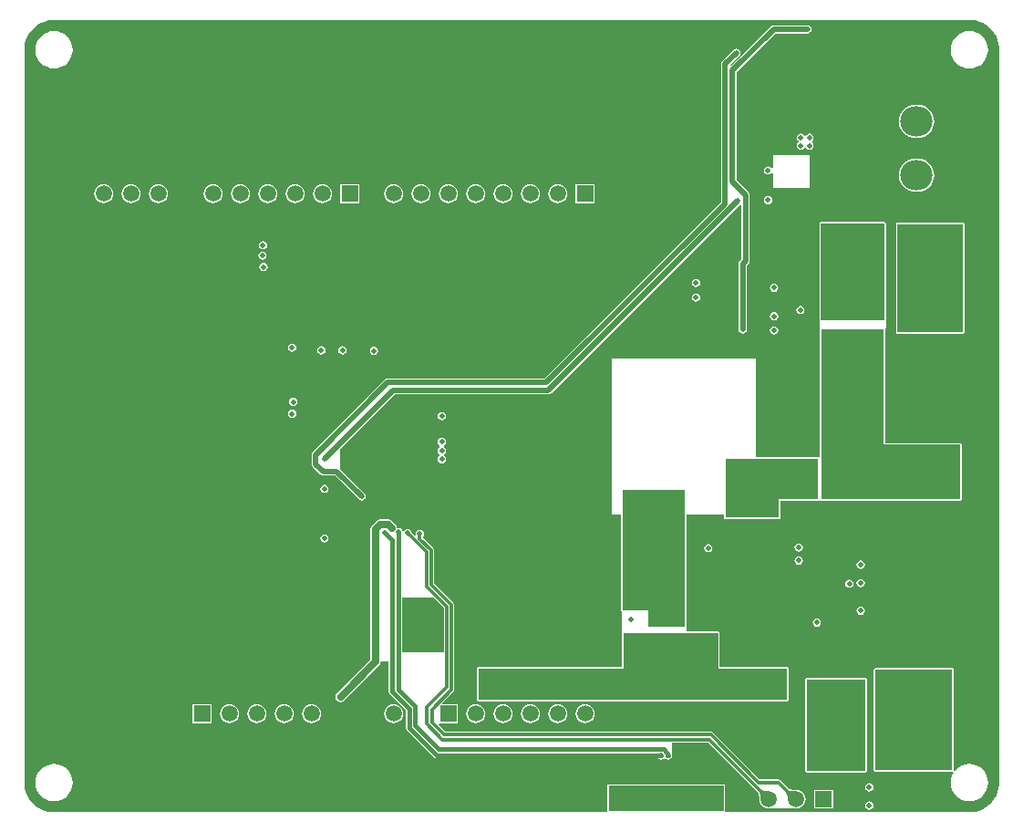
<source format=gbl>
G04*
G04 #@! TF.GenerationSoftware,Altium Limited,Altium Designer,19.0.15 (446)*
G04*
G04 Layer_Physical_Order=4*
G04 Layer_Color=16711680*
%FSLAX25Y25*%
%MOIN*%
G70*
G01*
G75*
%ADD141C,0.01968*%
%ADD143C,0.02756*%
%ADD144C,0.01500*%
%ADD146C,0.01181*%
%ADD188R,0.28150X0.36811*%
%ADD191C,0.05906*%
%ADD192R,0.05906X0.05906*%
%ADD193O,0.11811X0.11024*%
%ADD194R,0.11811X0.11024*%
%ADD195C,0.02000*%
%ADD198R,0.41929X0.09252*%
%ADD200R,0.21457X0.33661*%
%ADD201R,0.34646X0.17520*%
%ADD202R,1.12795X0.11614*%
%ADD203R,0.33661X0.14961*%
%ADD204R,0.19488X0.21654*%
%ADD205R,0.13386X0.07480*%
%ADD206R,0.22835X0.43898*%
%ADD207R,0.23228X0.35827*%
%ADD208R,0.24016X0.39567*%
%ADD209R,0.22835X0.46260*%
%ADD210R,0.50787X0.19882*%
G36*
X451338Y395135D02*
X452715Y394766D01*
X454032Y394221D01*
X455266Y393508D01*
X456396Y392640D01*
X457404Y391633D01*
X458272Y390502D01*
X458985Y389268D01*
X459530Y387951D01*
X459899Y386574D01*
X460085Y385161D01*
X460085Y384449D01*
Y116732D01*
Y116020D01*
X459899Y114607D01*
X459530Y113230D01*
X458985Y111913D01*
X458272Y110679D01*
X457404Y109548D01*
X456397Y108541D01*
X455266Y107673D01*
X454032Y106960D01*
X452715Y106415D01*
X451338Y106046D01*
X449925Y105860D01*
X449212Y105860D01*
X360153D01*
X359793Y106299D01*
Y115551D01*
X359635Y115934D01*
X359252Y116092D01*
X317323D01*
X316940Y115934D01*
X316782Y115551D01*
Y106299D01*
X316422Y105860D01*
X113854D01*
X112441Y106046D01*
X111065Y106415D01*
X109748Y106960D01*
X108514Y107673D01*
X107383Y108541D01*
X106375Y109548D01*
X105508Y110679D01*
X104795Y111913D01*
X104250Y113230D01*
X103881Y114607D01*
X103695Y116020D01*
Y116732D01*
X103695Y384449D01*
Y385161D01*
X103881Y386574D01*
X104250Y387951D01*
X104795Y389268D01*
X105508Y390502D01*
X106375Y391633D01*
X107383Y392640D01*
X108514Y393508D01*
X109748Y394221D01*
X111065Y394766D01*
X112441Y395135D01*
X113854Y395321D01*
X449925D01*
X451338Y395135D01*
D02*
G37*
%LPC*%
G36*
X389961Y393459D02*
X389880Y393443D01*
X377677D01*
X377098Y393327D01*
X376607Y392999D01*
X376607Y392999D01*
X362253Y378645D01*
X361710Y378810D01*
X361702Y378853D01*
X364989Y382141D01*
X365058Y382186D01*
X365389Y382682D01*
X365506Y383268D01*
X365389Y383853D01*
X365058Y384349D01*
X364562Y384681D01*
X363976Y384797D01*
X363391Y384681D01*
X362895Y384349D01*
X362849Y384281D01*
X358772Y380204D01*
X358444Y379713D01*
X358329Y379134D01*
X358329Y379134D01*
Y328724D01*
X293914Y264309D01*
X236614D01*
X236614Y264309D01*
X236035Y264193D01*
X235544Y263865D01*
X209166Y237487D01*
X208838Y236997D01*
X208723Y236417D01*
X208723Y236417D01*
Y233071D01*
X208723Y233071D01*
X208838Y232492D01*
X209166Y232001D01*
X211922Y229245D01*
X212413Y228917D01*
X212992Y228802D01*
X217286D01*
X225841Y220247D01*
X225887Y220178D01*
X226383Y219847D01*
X226969Y219730D01*
X227554Y219847D01*
X228050Y220178D01*
X228381Y220675D01*
X228498Y221260D01*
X228381Y221845D01*
X228050Y222341D01*
X227981Y222387D01*
X218984Y231385D01*
Y238306D01*
X239204Y258526D01*
X295275D01*
X295276Y258526D01*
X295855Y258641D01*
X296346Y258969D01*
X365388Y328012D01*
X365888Y327805D01*
Y307993D01*
X365268Y307374D01*
X364941Y306883D01*
X364825Y306304D01*
X364825Y306303D01*
Y282364D01*
X364809Y282283D01*
X364926Y281698D01*
X365257Y281202D01*
X365753Y280871D01*
X366339Y280754D01*
X366924Y280871D01*
X367420Y281202D01*
X367752Y281698D01*
X367868Y282283D01*
X367852Y282364D01*
Y305677D01*
X368472Y306296D01*
X368472Y306296D01*
X368800Y306787D01*
X368915Y307366D01*
Y331378D01*
X368915Y331378D01*
X368800Y331957D01*
X368472Y332448D01*
X368472Y332448D01*
X364112Y336808D01*
Y376223D01*
X378304Y390416D01*
X389880D01*
X389961Y390400D01*
X390546Y390516D01*
X391042Y390848D01*
X391374Y391344D01*
X391490Y391929D01*
X391374Y392514D01*
X391042Y393011D01*
X390546Y393342D01*
X389961Y393459D01*
D02*
G37*
G36*
X449213Y391281D02*
X447880Y391150D01*
X446598Y390761D01*
X445417Y390129D01*
X444382Y389280D01*
X443532Y388245D01*
X442901Y387063D01*
X442512Y385782D01*
X442381Y384449D01*
X442512Y383116D01*
X442901Y381834D01*
X443532Y380653D01*
X444382Y379618D01*
X445417Y378768D01*
X446598Y378137D01*
X447880Y377748D01*
X449213Y377617D01*
X450546Y377748D01*
X451827Y378137D01*
X453008Y378768D01*
X454044Y379618D01*
X454893Y380653D01*
X455525Y381834D01*
X455913Y383116D01*
X456045Y384449D01*
X455913Y385782D01*
X455525Y387063D01*
X454893Y388245D01*
X454044Y389280D01*
X453008Y390129D01*
X451827Y390761D01*
X450546Y391150D01*
X449213Y391281D01*
D02*
G37*
G36*
X114567D02*
X113234Y391150D01*
X111952Y390761D01*
X110771Y390129D01*
X109736Y389280D01*
X108886Y388245D01*
X108255Y387063D01*
X107866Y385782D01*
X107735Y384449D01*
X107866Y383116D01*
X108255Y381834D01*
X108886Y380653D01*
X109736Y379618D01*
X110771Y378768D01*
X111952Y378137D01*
X113234Y377748D01*
X114567Y377617D01*
X115900Y377748D01*
X117181Y378137D01*
X118363Y378768D01*
X119398Y379618D01*
X120248Y380653D01*
X120879Y381834D01*
X121268Y383116D01*
X121399Y384449D01*
X121268Y385782D01*
X120879Y387063D01*
X120248Y388245D01*
X119398Y389280D01*
X118363Y390129D01*
X117181Y390761D01*
X115900Y391150D01*
X114567Y391281D01*
D02*
G37*
G36*
X390748Y353892D02*
X390163Y353775D01*
X389667Y353444D01*
X389451Y353121D01*
X389442Y353117D01*
X388905D01*
X388895Y353121D01*
X388680Y353444D01*
X388184Y353775D01*
X387598Y353892D01*
X387013Y353775D01*
X386517Y353444D01*
X386186Y352947D01*
X386069Y352362D01*
X386186Y351777D01*
X386517Y351281D01*
X386658Y351186D01*
Y350585D01*
X386517Y350491D01*
X386186Y349995D01*
X386069Y349410D01*
X386186Y348824D01*
X386517Y348328D01*
X387013Y347996D01*
X387598Y347880D01*
X388184Y347996D01*
X388680Y348328D01*
X388895Y348651D01*
X388905Y348654D01*
X389442D01*
X389451Y348651D01*
X389667Y348328D01*
X390163Y347996D01*
X390748Y347880D01*
X391333Y347996D01*
X391829Y348328D01*
X392161Y348824D01*
X392277Y349410D01*
X392161Y349995D01*
X391829Y350491D01*
X391688Y350585D01*
Y351186D01*
X391829Y351281D01*
X392161Y351777D01*
X392277Y352362D01*
X392161Y352947D01*
X391829Y353444D01*
X391333Y353775D01*
X390748Y353892D01*
D02*
G37*
G36*
X430315Y364309D02*
X429528D01*
X428349Y364193D01*
X427216Y363849D01*
X426171Y363291D01*
X425256Y362539D01*
X424505Y361624D01*
X423947Y360579D01*
X423603Y359446D01*
X423487Y358268D01*
X423603Y357089D01*
X423947Y355956D01*
X424505Y354912D01*
X425256Y353996D01*
X426171Y353245D01*
X427216Y352687D01*
X428349Y352343D01*
X429528Y352227D01*
X430315D01*
X431494Y352343D01*
X432627Y352687D01*
X433671Y353245D01*
X434586Y353996D01*
X435338Y354912D01*
X435896Y355956D01*
X436240Y357089D01*
X436356Y358268D01*
X436240Y359446D01*
X435896Y360579D01*
X435338Y361624D01*
X434586Y362539D01*
X433671Y363291D01*
X432627Y363849D01*
X431494Y364193D01*
X430315Y364309D01*
D02*
G37*
G36*
X390748Y345905D02*
X377362D01*
Y341303D01*
X376862Y341151D01*
X376672Y341436D01*
X376176Y341767D01*
X375590Y341884D01*
X375005Y341767D01*
X374509Y341436D01*
X374178Y340940D01*
X374061Y340354D01*
X374178Y339769D01*
X374509Y339273D01*
X375005Y338941D01*
X375590Y338825D01*
X376176Y338941D01*
X376672Y339273D01*
X376862Y339558D01*
X377362Y339406D01*
Y333819D01*
X390748D01*
Y345905D01*
D02*
G37*
G36*
X430315Y344624D02*
X429528D01*
X428349Y344508D01*
X427216Y344164D01*
X426171Y343605D01*
X425256Y342854D01*
X424505Y341939D01*
X423947Y340894D01*
X423603Y339761D01*
X423487Y338583D01*
X423603Y337404D01*
X423947Y336271D01*
X424505Y335226D01*
X425256Y334311D01*
X426171Y333560D01*
X427216Y333002D01*
X428349Y332658D01*
X429528Y332542D01*
X430315D01*
X431494Y332658D01*
X432627Y333002D01*
X433671Y333560D01*
X434586Y334311D01*
X435338Y335226D01*
X435896Y336271D01*
X436240Y337404D01*
X436356Y338583D01*
X436240Y339761D01*
X435896Y340894D01*
X435338Y341939D01*
X434586Y342854D01*
X433671Y343605D01*
X432627Y344164D01*
X431494Y344508D01*
X430315Y344624D01*
D02*
G37*
G36*
X226114Y335303D02*
X219209D01*
Y328398D01*
X226114D01*
Y335303D01*
D02*
G37*
G36*
X312114Y335303D02*
X305209D01*
Y328397D01*
X312114D01*
Y335303D01*
D02*
G37*
G36*
X212662Y335333D02*
X211760Y335214D01*
X210920Y334866D01*
X210199Y334313D01*
X209646Y333592D01*
X209298Y332752D01*
X209179Y331850D01*
X209298Y330949D01*
X209646Y330109D01*
X210199Y329388D01*
X210920Y328834D01*
X211760Y328486D01*
X212662Y328368D01*
X213563Y328486D01*
X214403Y328834D01*
X215124Y329388D01*
X215677Y330109D01*
X216025Y330949D01*
X216144Y331850D01*
X216025Y332752D01*
X215677Y333592D01*
X215124Y334313D01*
X214403Y334866D01*
X213563Y335214D01*
X212662Y335333D01*
D02*
G37*
G36*
X202661D02*
X201760Y335214D01*
X200920Y334866D01*
X200199Y334313D01*
X199645Y333592D01*
X199298Y332752D01*
X199179Y331850D01*
X199298Y330949D01*
X199645Y330109D01*
X200199Y329388D01*
X200920Y328834D01*
X201760Y328486D01*
X202661Y328368D01*
X203563Y328486D01*
X204403Y328834D01*
X205124Y329388D01*
X205678Y330109D01*
X206025Y330949D01*
X206144Y331850D01*
X206025Y332752D01*
X205678Y333592D01*
X205124Y334313D01*
X204403Y334866D01*
X203563Y335214D01*
X202661Y335333D01*
D02*
G37*
G36*
X192661D02*
X191760Y335214D01*
X190920Y334866D01*
X190199Y334313D01*
X189646Y333592D01*
X189298Y332752D01*
X189179Y331850D01*
X189298Y330949D01*
X189646Y330109D01*
X190199Y329388D01*
X190920Y328834D01*
X191760Y328486D01*
X192661Y328368D01*
X193563Y328486D01*
X194403Y328834D01*
X195124Y329388D01*
X195677Y330109D01*
X196025Y330949D01*
X196144Y331850D01*
X196025Y332752D01*
X195677Y333592D01*
X195124Y334313D01*
X194403Y334866D01*
X193563Y335214D01*
X192661Y335333D01*
D02*
G37*
G36*
X182661D02*
X181760Y335214D01*
X180920Y334866D01*
X180199Y334313D01*
X179646Y333592D01*
X179298Y332752D01*
X179179Y331850D01*
X179298Y330949D01*
X179646Y330109D01*
X180199Y329388D01*
X180920Y328834D01*
X181760Y328486D01*
X182661Y328368D01*
X183563Y328486D01*
X184403Y328834D01*
X185124Y329388D01*
X185678Y330109D01*
X186025Y330949D01*
X186144Y331850D01*
X186025Y332752D01*
X185678Y333592D01*
X185124Y334313D01*
X184403Y334866D01*
X183563Y335214D01*
X182661Y335333D01*
D02*
G37*
G36*
X172661D02*
X171760Y335214D01*
X170920Y334866D01*
X170199Y334313D01*
X169646Y333592D01*
X169298Y332752D01*
X169179Y331850D01*
X169298Y330949D01*
X169646Y330109D01*
X170199Y329388D01*
X170920Y328834D01*
X171760Y328486D01*
X172661Y328368D01*
X173563Y328486D01*
X174403Y328834D01*
X175124Y329388D01*
X175678Y330109D01*
X176025Y330949D01*
X176144Y331850D01*
X176025Y332752D01*
X175678Y333592D01*
X175124Y334313D01*
X174403Y334866D01*
X173563Y335214D01*
X172661Y335333D01*
D02*
G37*
G36*
X152662D02*
X151760Y335214D01*
X150920Y334866D01*
X150199Y334313D01*
X149645Y333592D01*
X149298Y332752D01*
X149179Y331850D01*
X149298Y330949D01*
X149645Y330109D01*
X150199Y329388D01*
X150920Y328834D01*
X151760Y328486D01*
X152662Y328368D01*
X153563Y328486D01*
X154403Y328834D01*
X155124Y329388D01*
X155677Y330109D01*
X156025Y330949D01*
X156144Y331850D01*
X156025Y332752D01*
X155677Y333592D01*
X155124Y334313D01*
X154403Y334866D01*
X153563Y335214D01*
X152662Y335333D01*
D02*
G37*
G36*
X142661D02*
X141760Y335214D01*
X140920Y334866D01*
X140199Y334313D01*
X139646Y333592D01*
X139298Y332752D01*
X139179Y331850D01*
X139298Y330949D01*
X139646Y330109D01*
X140199Y329388D01*
X140920Y328834D01*
X141760Y328486D01*
X142661Y328368D01*
X143563Y328486D01*
X144403Y328834D01*
X145124Y329388D01*
X145677Y330109D01*
X146025Y330949D01*
X146144Y331850D01*
X146025Y332752D01*
X145677Y333592D01*
X145124Y334313D01*
X144403Y334866D01*
X143563Y335214D01*
X142661Y335333D01*
D02*
G37*
G36*
X132661D02*
X131760Y335214D01*
X130920Y334866D01*
X130199Y334313D01*
X129646Y333592D01*
X129298Y332752D01*
X129179Y331850D01*
X129298Y330949D01*
X129646Y330109D01*
X130199Y329388D01*
X130920Y328834D01*
X131760Y328486D01*
X132661Y328368D01*
X133563Y328486D01*
X134403Y328834D01*
X135124Y329388D01*
X135678Y330109D01*
X136025Y330949D01*
X136144Y331850D01*
X136025Y332752D01*
X135678Y333592D01*
X135124Y334313D01*
X134403Y334866D01*
X133563Y335214D01*
X132661Y335333D01*
D02*
G37*
G36*
X298661Y335333D02*
X297760Y335214D01*
X296920Y334866D01*
X296199Y334313D01*
X295645Y333591D01*
X295297Y332751D01*
X295179Y331850D01*
X295297Y330949D01*
X295645Y330109D01*
X296199Y329388D01*
X296920Y328834D01*
X297760Y328486D01*
X298661Y328368D01*
X299563Y328486D01*
X300403Y328834D01*
X301124Y329388D01*
X301677Y330109D01*
X302025Y330949D01*
X302144Y331850D01*
X302025Y332751D01*
X301677Y333591D01*
X301124Y334313D01*
X300403Y334866D01*
X299563Y335214D01*
X298661Y335333D01*
D02*
G37*
G36*
X288661D02*
X287760Y335214D01*
X286920Y334866D01*
X286199Y334313D01*
X285645Y333591D01*
X285297Y332751D01*
X285179Y331850D01*
X285297Y330949D01*
X285645Y330109D01*
X286199Y329388D01*
X286920Y328834D01*
X287760Y328486D01*
X288661Y328368D01*
X289563Y328486D01*
X290403Y328834D01*
X291124Y329388D01*
X291677Y330109D01*
X292025Y330949D01*
X292144Y331850D01*
X292025Y332751D01*
X291677Y333591D01*
X291124Y334313D01*
X290403Y334866D01*
X289563Y335214D01*
X288661Y335333D01*
D02*
G37*
G36*
X278661D02*
X277760Y335214D01*
X276920Y334866D01*
X276199Y334313D01*
X275645Y333591D01*
X275297Y332751D01*
X275179Y331850D01*
X275297Y330949D01*
X275645Y330109D01*
X276199Y329388D01*
X276920Y328834D01*
X277760Y328486D01*
X278661Y328368D01*
X279563Y328486D01*
X280403Y328834D01*
X281124Y329388D01*
X281677Y330109D01*
X282025Y330949D01*
X282144Y331850D01*
X282025Y332751D01*
X281677Y333591D01*
X281124Y334313D01*
X280403Y334866D01*
X279563Y335214D01*
X278661Y335333D01*
D02*
G37*
G36*
X268661D02*
X267760Y335214D01*
X266920Y334866D01*
X266199Y334313D01*
X265645Y333591D01*
X265297Y332751D01*
X265179Y331850D01*
X265297Y330949D01*
X265645Y330109D01*
X266199Y329388D01*
X266920Y328834D01*
X267760Y328486D01*
X268661Y328368D01*
X269563Y328486D01*
X270403Y328834D01*
X271124Y329388D01*
X271677Y330109D01*
X272025Y330949D01*
X272144Y331850D01*
X272025Y332751D01*
X271677Y333591D01*
X271124Y334313D01*
X270403Y334866D01*
X269563Y335214D01*
X268661Y335333D01*
D02*
G37*
G36*
X258661D02*
X257760Y335214D01*
X256920Y334866D01*
X256199Y334313D01*
X255645Y333591D01*
X255297Y332751D01*
X255179Y331850D01*
X255297Y330949D01*
X255645Y330109D01*
X256199Y329388D01*
X256920Y328834D01*
X257760Y328486D01*
X258661Y328368D01*
X259563Y328486D01*
X260403Y328834D01*
X261124Y329388D01*
X261677Y330109D01*
X262025Y330949D01*
X262144Y331850D01*
X262025Y332751D01*
X261677Y333591D01*
X261124Y334313D01*
X260403Y334866D01*
X259563Y335214D01*
X258661Y335333D01*
D02*
G37*
G36*
X248661D02*
X247760Y335214D01*
X246920Y334866D01*
X246199Y334313D01*
X245645Y333591D01*
X245297Y332751D01*
X245179Y331850D01*
X245297Y330949D01*
X245645Y330109D01*
X246199Y329388D01*
X246920Y328834D01*
X247760Y328486D01*
X248661Y328368D01*
X249563Y328486D01*
X250403Y328834D01*
X251124Y329388D01*
X251677Y330109D01*
X252025Y330949D01*
X252144Y331850D01*
X252025Y332751D01*
X251677Y333591D01*
X251124Y334313D01*
X250403Y334866D01*
X249563Y335214D01*
X248661Y335333D01*
D02*
G37*
G36*
X238661D02*
X237760Y335214D01*
X236920Y334866D01*
X236199Y334313D01*
X235645Y333591D01*
X235297Y332751D01*
X235179Y331850D01*
X235297Y330949D01*
X235645Y330109D01*
X236199Y329388D01*
X236920Y328834D01*
X237760Y328486D01*
X238661Y328368D01*
X239563Y328486D01*
X240403Y328834D01*
X241124Y329388D01*
X241677Y330109D01*
X242025Y330949D01*
X242144Y331850D01*
X242025Y332751D01*
X241677Y333591D01*
X241124Y334313D01*
X240403Y334866D01*
X239563Y335214D01*
X238661Y335333D01*
D02*
G37*
G36*
X375590Y331057D02*
X375005Y330941D01*
X374509Y330609D01*
X374178Y330113D01*
X374061Y329528D01*
X374178Y328942D01*
X374509Y328446D01*
X375005Y328115D01*
X375590Y327998D01*
X376176Y328115D01*
X376672Y328446D01*
X377004Y328942D01*
X377120Y329528D01*
X377004Y330113D01*
X376672Y330609D01*
X376176Y330941D01*
X375590Y331057D01*
D02*
G37*
G36*
X190945Y314522D02*
X190360Y314405D01*
X189863Y314074D01*
X189532Y313577D01*
X189416Y312992D01*
X189532Y312407D01*
X189863Y311911D01*
X190360Y311579D01*
X190945Y311463D01*
X191530Y311579D01*
X192026Y311911D01*
X192358Y312407D01*
X192474Y312992D01*
X192358Y313577D01*
X192026Y314074D01*
X191530Y314405D01*
X190945Y314522D01*
D02*
G37*
G36*
X190748Y310781D02*
X190163Y310665D01*
X189667Y310333D01*
X189335Y309837D01*
X189219Y309252D01*
X189335Y308667D01*
X189667Y308171D01*
X190163Y307839D01*
X190748Y307723D01*
X191333Y307839D01*
X191830Y308171D01*
X192161Y308667D01*
X192277Y309252D01*
X192161Y309837D01*
X191830Y310333D01*
X191333Y310665D01*
X190748Y310781D01*
D02*
G37*
G36*
X191142Y306647D02*
X190557Y306531D01*
X190060Y306200D01*
X189729Y305703D01*
X189612Y305118D01*
X189729Y304533D01*
X190060Y304037D01*
X190557Y303705D01*
X191142Y303589D01*
X191727Y303705D01*
X192223Y304037D01*
X192555Y304533D01*
X192671Y305118D01*
X192555Y305703D01*
X192223Y306200D01*
X191727Y306531D01*
X191142Y306647D01*
D02*
G37*
G36*
X349252Y300742D02*
X348667Y300626D01*
X348170Y300294D01*
X347839Y299798D01*
X347723Y299213D01*
X347839Y298627D01*
X348170Y298131D01*
X348667Y297800D01*
X349252Y297683D01*
X349837Y297800D01*
X350333Y298131D01*
X350665Y298627D01*
X350781Y299213D01*
X350665Y299798D01*
X350333Y300294D01*
X349837Y300626D01*
X349252Y300742D01*
D02*
G37*
G36*
X377756Y299010D02*
X377171Y298893D01*
X376675Y298562D01*
X376343Y298066D01*
X376226Y297480D01*
X376343Y296895D01*
X376675Y296399D01*
X377171Y296067D01*
X377756Y295951D01*
X378341Y296067D01*
X378837Y296399D01*
X379169Y296895D01*
X379285Y297480D01*
X379169Y298066D01*
X378837Y298562D01*
X378341Y298893D01*
X377756Y299010D01*
D02*
G37*
G36*
X349252Y295427D02*
X348667Y295311D01*
X348170Y294979D01*
X347839Y294483D01*
X347723Y293898D01*
X347839Y293312D01*
X348170Y292816D01*
X348667Y292485D01*
X349252Y292368D01*
X349837Y292485D01*
X350333Y292816D01*
X350665Y293312D01*
X350781Y293898D01*
X350665Y294483D01*
X350333Y294979D01*
X349837Y295311D01*
X349252Y295427D01*
D02*
G37*
G36*
X387402Y290899D02*
X386816Y290783D01*
X386320Y290452D01*
X385989Y289955D01*
X385872Y289370D01*
X385989Y288785D01*
X386320Y288289D01*
X386816Y287957D01*
X387402Y287841D01*
X387987Y287957D01*
X388483Y288289D01*
X388814Y288785D01*
X388931Y289370D01*
X388814Y289955D01*
X388483Y290452D01*
X387987Y290783D01*
X387402Y290899D01*
D02*
G37*
G36*
X377756Y288616D02*
X377171Y288500D01*
X376675Y288168D01*
X376343Y287672D01*
X376226Y287087D01*
X376343Y286501D01*
X376675Y286005D01*
X377171Y285674D01*
X377756Y285557D01*
X378341Y285674D01*
X378837Y286005D01*
X379169Y286501D01*
X379285Y287087D01*
X379169Y287672D01*
X378837Y288168D01*
X378341Y288500D01*
X377756Y288616D01*
D02*
G37*
G36*
X446850Y321407D02*
X422835D01*
X422452Y321249D01*
X422294Y320866D01*
Y281299D01*
X422452Y280917D01*
X422835Y280758D01*
X446850D01*
X447233Y280917D01*
X447392Y281299D01*
Y320866D01*
X447233Y321249D01*
X446850Y321407D01*
D02*
G37*
G36*
X377756Y283419D02*
X377171Y283303D01*
X376675Y282971D01*
X376343Y282475D01*
X376226Y281890D01*
X376343Y281305D01*
X376675Y280808D01*
X377171Y280477D01*
X377756Y280360D01*
X378341Y280477D01*
X378837Y280808D01*
X379169Y281305D01*
X379285Y281890D01*
X379169Y282475D01*
X378837Y282971D01*
X378341Y283303D01*
X377756Y283419D01*
D02*
G37*
G36*
X201575Y277120D02*
X200990Y277004D01*
X200493Y276672D01*
X200162Y276176D01*
X200045Y275590D01*
X200162Y275005D01*
X200493Y274509D01*
X200990Y274178D01*
X201575Y274061D01*
X202160Y274178D01*
X202656Y274509D01*
X202988Y275005D01*
X203104Y275590D01*
X202988Y276176D01*
X202656Y276672D01*
X202160Y277004D01*
X201575Y277120D01*
D02*
G37*
G36*
X219980Y276136D02*
X219395Y276019D01*
X218899Y275688D01*
X218567Y275192D01*
X218451Y274606D01*
X218567Y274021D01*
X218899Y273525D01*
X219395Y273193D01*
X219980Y273077D01*
X220566Y273193D01*
X221062Y273525D01*
X221393Y274021D01*
X221510Y274606D01*
X221393Y275192D01*
X221062Y275688D01*
X220566Y276019D01*
X219980Y276136D01*
D02*
G37*
G36*
X212254D02*
X211669Y276019D01*
X211173Y275688D01*
X210841Y275192D01*
X210724Y274606D01*
X210841Y274021D01*
X211173Y273525D01*
X211669Y273193D01*
X212254Y273077D01*
X212839Y273193D01*
X213335Y273525D01*
X213667Y274021D01*
X213783Y274606D01*
X213667Y275192D01*
X213335Y275688D01*
X212839Y276019D01*
X212254Y276136D01*
D02*
G37*
G36*
X231496Y275939D02*
X230911Y275822D01*
X230415Y275491D01*
X230083Y274995D01*
X229967Y274410D01*
X230083Y273824D01*
X230415Y273328D01*
X230911Y272996D01*
X231496Y272880D01*
X232081Y272996D01*
X232577Y273328D01*
X232909Y273824D01*
X233026Y274410D01*
X232909Y274995D01*
X232577Y275491D01*
X232081Y275822D01*
X231496Y275939D01*
D02*
G37*
G36*
X201969Y257238D02*
X201383Y257122D01*
X200887Y256790D01*
X200555Y256294D01*
X200439Y255709D01*
X200555Y255123D01*
X200887Y254627D01*
X201383Y254296D01*
X201969Y254179D01*
X202554Y254296D01*
X203050Y254627D01*
X203381Y255123D01*
X203498Y255709D01*
X203381Y256294D01*
X203050Y256790D01*
X202554Y257122D01*
X201969Y257238D01*
D02*
G37*
G36*
X201575Y252907D02*
X200990Y252791D01*
X200493Y252459D01*
X200162Y251963D01*
X200045Y251378D01*
X200162Y250793D01*
X200493Y250296D01*
X200990Y249965D01*
X201575Y249849D01*
X202160Y249965D01*
X202656Y250296D01*
X202988Y250793D01*
X203104Y251378D01*
X202988Y251963D01*
X202656Y252459D01*
X202160Y252791D01*
X201575Y252907D01*
D02*
G37*
G36*
X256299Y252120D02*
X255714Y252004D01*
X255218Y251672D01*
X254886Y251176D01*
X254770Y250590D01*
X254886Y250005D01*
X255218Y249509D01*
X255714Y249178D01*
X256299Y249061D01*
X256885Y249178D01*
X257381Y249509D01*
X257712Y250005D01*
X257829Y250590D01*
X257712Y251176D01*
X257381Y251672D01*
X256885Y252004D01*
X256299Y252120D01*
D02*
G37*
G36*
X418110Y321604D02*
X394882D01*
X394499Y321446D01*
X394341Y321063D01*
Y285236D01*
X394499Y284854D01*
X394537Y284838D01*
Y282480D01*
Y240158D01*
Y235818D01*
X394038Y235523D01*
X393898Y235581D01*
X371181D01*
Y271614D01*
X371260Y271693D01*
X318543D01*
Y214657D01*
X318555Y214646D01*
X321900D01*
Y179724D01*
X322058Y179342D01*
X322097Y179326D01*
Y171260D01*
Y159006D01*
X269685D01*
X269302Y158847D01*
X269144Y158465D01*
Y146850D01*
X269302Y146468D01*
X269685Y146309D01*
X382480D01*
X382863Y146468D01*
X383021Y146850D01*
Y158465D01*
X382863Y158847D01*
X382480Y159006D01*
X357825D01*
Y171260D01*
X357666Y171642D01*
X357283Y171801D01*
X345821D01*
X345817Y171811D01*
Y173425D01*
Y180905D01*
Y214646D01*
X359498D01*
Y213386D01*
X359657Y213003D01*
X360039Y212845D01*
X379528D01*
X379910Y213003D01*
X380069Y213386D01*
Y219537D01*
X393898D01*
X394251Y219684D01*
X394280Y219696D01*
X394742Y219874D01*
X395079Y219734D01*
X445866D01*
X446249Y219893D01*
X446407Y220276D01*
Y240158D01*
X446249Y240540D01*
X445866Y240699D01*
X418455D01*
Y282480D01*
X418651Y282677D01*
Y285236D01*
Y321063D01*
X418493Y321446D01*
X418110Y321604D01*
D02*
G37*
G36*
X256299Y242671D02*
X255714Y242555D01*
X255218Y242223D01*
X254886Y241727D01*
X254770Y241142D01*
X254886Y240557D01*
X255218Y240060D01*
X255540Y239845D01*
X255544Y239836D01*
Y239298D01*
X255540Y239289D01*
X255218Y239074D01*
X254886Y238577D01*
X254770Y237992D01*
X254886Y237407D01*
X255218Y236911D01*
X255540Y236695D01*
X255544Y236686D01*
Y236149D01*
X255540Y236139D01*
X255218Y235924D01*
X254886Y235428D01*
X254770Y234842D01*
X254886Y234257D01*
X255218Y233761D01*
X255714Y233430D01*
X256299Y233313D01*
X256885Y233430D01*
X257381Y233761D01*
X257712Y234257D01*
X257829Y234842D01*
X257712Y235428D01*
X257381Y235924D01*
X257058Y236139D01*
X257054Y236149D01*
Y236686D01*
X257058Y236695D01*
X257381Y236911D01*
X257712Y237407D01*
X257829Y237992D01*
X257712Y238577D01*
X257381Y239074D01*
X257058Y239289D01*
X257054Y239298D01*
Y239836D01*
X257058Y239845D01*
X257381Y240060D01*
X257712Y240557D01*
X257829Y241142D01*
X257712Y241727D01*
X257381Y242223D01*
X256885Y242555D01*
X256299Y242671D01*
D02*
G37*
G36*
X213386Y225545D02*
X212801Y225429D01*
X212304Y225097D01*
X211973Y224601D01*
X211856Y224016D01*
X211973Y223430D01*
X212304Y222934D01*
X212801Y222603D01*
X213386Y222486D01*
X213971Y222603D01*
X214467Y222934D01*
X214799Y223430D01*
X214915Y224016D01*
X214799Y224601D01*
X214467Y225097D01*
X213971Y225429D01*
X213386Y225545D01*
D02*
G37*
G36*
Y207435D02*
X212801Y207318D01*
X212304Y206987D01*
X211973Y206491D01*
X211856Y205906D01*
X211973Y205320D01*
X212304Y204824D01*
X212801Y204492D01*
X213386Y204376D01*
X213971Y204492D01*
X214467Y204824D01*
X214799Y205320D01*
X214915Y205906D01*
X214799Y206491D01*
X214467Y206987D01*
X213971Y207318D01*
X213386Y207435D01*
D02*
G37*
G36*
X386811Y204088D02*
X386226Y203972D01*
X385730Y203641D01*
X385398Y203144D01*
X385282Y202559D01*
X385398Y201974D01*
X385730Y201478D01*
X386226Y201146D01*
X386811Y201030D01*
X387396Y201146D01*
X387893Y201478D01*
X388224Y201974D01*
X388340Y202559D01*
X388224Y203144D01*
X387893Y203641D01*
X387396Y203972D01*
X386811Y204088D01*
D02*
G37*
G36*
X353740Y203892D02*
X353155Y203775D01*
X352659Y203444D01*
X352327Y202947D01*
X352211Y202362D01*
X352327Y201777D01*
X352659Y201281D01*
X353155Y200949D01*
X353740Y200833D01*
X354325Y200949D01*
X354822Y201281D01*
X355153Y201777D01*
X355270Y202362D01*
X355153Y202947D01*
X354822Y203444D01*
X354325Y203775D01*
X353740Y203892D01*
D02*
G37*
G36*
X386811Y199364D02*
X386226Y199248D01*
X385730Y198916D01*
X385398Y198420D01*
X385282Y197835D01*
X385398Y197249D01*
X385730Y196753D01*
X386226Y196422D01*
X386811Y196305D01*
X387396Y196422D01*
X387893Y196753D01*
X388224Y197249D01*
X388340Y197835D01*
X388224Y198420D01*
X387893Y198916D01*
X387396Y199248D01*
X386811Y199364D01*
D02*
G37*
G36*
X409449Y197789D02*
X408863Y197673D01*
X408367Y197341D01*
X408036Y196845D01*
X407919Y196260D01*
X408036Y195675D01*
X408367Y195178D01*
X408863Y194847D01*
X409449Y194730D01*
X410034Y194847D01*
X410530Y195178D01*
X410862Y195675D01*
X410978Y196260D01*
X410862Y196845D01*
X410530Y197341D01*
X410034Y197673D01*
X409449Y197789D01*
D02*
G37*
G36*
Y191096D02*
X408863Y190980D01*
X408367Y190648D01*
X408036Y190152D01*
X407919Y189567D01*
X408036Y188982D01*
X408367Y188486D01*
X408863Y188154D01*
X409449Y188038D01*
X410034Y188154D01*
X410530Y188486D01*
X410862Y188982D01*
X410978Y189567D01*
X410862Y190152D01*
X410530Y190648D01*
X410034Y190980D01*
X409449Y191096D01*
D02*
G37*
G36*
X405315Y190900D02*
X404730Y190783D01*
X404234Y190452D01*
X403902Y189955D01*
X403786Y189370D01*
X403902Y188785D01*
X404234Y188289D01*
X404730Y187957D01*
X405315Y187841D01*
X405900Y187957D01*
X406396Y188289D01*
X406728Y188785D01*
X406844Y189370D01*
X406728Y189955D01*
X406396Y190452D01*
X405900Y190783D01*
X405315Y190900D01*
D02*
G37*
G36*
X409449Y181057D02*
X408863Y180940D01*
X408367Y180609D01*
X408036Y180113D01*
X407919Y179528D01*
X408036Y178942D01*
X408367Y178446D01*
X408863Y178115D01*
X409449Y177998D01*
X410034Y178115D01*
X410530Y178446D01*
X410862Y178942D01*
X410978Y179528D01*
X410862Y180113D01*
X410530Y180609D01*
X410034Y180940D01*
X409449Y181057D01*
D02*
G37*
G36*
X393406Y176726D02*
X392820Y176610D01*
X392324Y176278D01*
X391992Y175782D01*
X391876Y175197D01*
X391992Y174612D01*
X392324Y174115D01*
X392820Y173784D01*
X393406Y173668D01*
X393991Y173784D01*
X394487Y174115D01*
X394818Y174612D01*
X394935Y175197D01*
X394818Y175782D01*
X394487Y176278D01*
X393991Y176610D01*
X393406Y176726D01*
D02*
G37*
G36*
X172114Y145303D02*
X165209D01*
Y138398D01*
X172114D01*
Y145303D01*
D02*
G37*
G36*
X308661Y145333D02*
X307760Y145214D01*
X306920Y144866D01*
X306199Y144313D01*
X305645Y143592D01*
X305297Y142752D01*
X305179Y141850D01*
X305297Y140949D01*
X305645Y140109D01*
X306199Y139388D01*
X306920Y138834D01*
X307760Y138487D01*
X308661Y138368D01*
X309563Y138487D01*
X310403Y138834D01*
X311124Y139388D01*
X311677Y140109D01*
X312025Y140949D01*
X312144Y141850D01*
X312025Y142752D01*
X311677Y143592D01*
X311124Y144313D01*
X310403Y144866D01*
X309563Y145214D01*
X308661Y145333D01*
D02*
G37*
G36*
X298661D02*
X297760Y145214D01*
X296920Y144866D01*
X296199Y144313D01*
X295645Y143592D01*
X295298Y142752D01*
X295179Y141850D01*
X295298Y140949D01*
X295645Y140109D01*
X296199Y139388D01*
X296920Y138834D01*
X297760Y138487D01*
X298661Y138368D01*
X299563Y138487D01*
X300403Y138834D01*
X301124Y139388D01*
X301677Y140109D01*
X302025Y140949D01*
X302144Y141850D01*
X302025Y142752D01*
X301677Y143592D01*
X301124Y144313D01*
X300403Y144866D01*
X299563Y145214D01*
X298661Y145333D01*
D02*
G37*
G36*
X288661D02*
X287760Y145214D01*
X286920Y144866D01*
X286199Y144313D01*
X285645Y143592D01*
X285297Y142752D01*
X285179Y141850D01*
X285297Y140949D01*
X285645Y140109D01*
X286199Y139388D01*
X286920Y138834D01*
X287760Y138487D01*
X288661Y138368D01*
X289563Y138487D01*
X290403Y138834D01*
X291124Y139388D01*
X291677Y140109D01*
X292025Y140949D01*
X292144Y141850D01*
X292025Y142752D01*
X291677Y143592D01*
X291124Y144313D01*
X290403Y144866D01*
X289563Y145214D01*
X288661Y145333D01*
D02*
G37*
G36*
X278661D02*
X277760Y145214D01*
X276920Y144866D01*
X276199Y144313D01*
X275645Y143592D01*
X275297Y142752D01*
X275179Y141850D01*
X275297Y140949D01*
X275645Y140109D01*
X276199Y139388D01*
X276920Y138834D01*
X277760Y138487D01*
X278661Y138368D01*
X279563Y138487D01*
X280403Y138834D01*
X281124Y139388D01*
X281677Y140109D01*
X282025Y140949D01*
X282144Y141850D01*
X282025Y142752D01*
X281677Y143592D01*
X281124Y144313D01*
X280403Y144866D01*
X279563Y145214D01*
X278661Y145333D01*
D02*
G37*
G36*
X268661D02*
X267760Y145214D01*
X266920Y144866D01*
X266199Y144313D01*
X265645Y143592D01*
X265298Y142752D01*
X265179Y141850D01*
X265298Y140949D01*
X265645Y140109D01*
X266199Y139388D01*
X266920Y138834D01*
X267760Y138487D01*
X268661Y138368D01*
X269563Y138487D01*
X270403Y138834D01*
X271124Y139388D01*
X271677Y140109D01*
X272025Y140949D01*
X272144Y141850D01*
X272025Y142752D01*
X271677Y143592D01*
X271124Y144313D01*
X270403Y144866D01*
X269563Y145214D01*
X268661Y145333D01*
D02*
G37*
G36*
X238662D02*
X237760Y145214D01*
X236920Y144866D01*
X236199Y144313D01*
X235646Y143592D01*
X235298Y142752D01*
X235179Y141850D01*
X235298Y140949D01*
X235646Y140109D01*
X236199Y139388D01*
X236920Y138834D01*
X237760Y138487D01*
X238662Y138368D01*
X239563Y138487D01*
X240403Y138834D01*
X241124Y139388D01*
X241677Y140109D01*
X242025Y140949D01*
X242144Y141850D01*
X242025Y142752D01*
X241677Y143592D01*
X241124Y144313D01*
X240403Y144866D01*
X239563Y145214D01*
X238662Y145333D01*
D02*
G37*
G36*
X208662D02*
X207760Y145214D01*
X206920Y144866D01*
X206199Y144313D01*
X205645Y143592D01*
X205298Y142752D01*
X205179Y141850D01*
X205298Y140949D01*
X205645Y140109D01*
X206199Y139388D01*
X206920Y138834D01*
X207760Y138487D01*
X208662Y138368D01*
X209563Y138487D01*
X210403Y138834D01*
X211124Y139388D01*
X211678Y140109D01*
X212025Y140949D01*
X212144Y141850D01*
X212025Y142752D01*
X211678Y143592D01*
X211124Y144313D01*
X210403Y144866D01*
X209563Y145214D01*
X208662Y145333D01*
D02*
G37*
G36*
X198661D02*
X197760Y145214D01*
X196920Y144866D01*
X196199Y144313D01*
X195645Y143592D01*
X195298Y142752D01*
X195179Y141850D01*
X195298Y140949D01*
X195645Y140109D01*
X196199Y139388D01*
X196920Y138834D01*
X197760Y138487D01*
X198661Y138368D01*
X199563Y138487D01*
X200403Y138834D01*
X201124Y139388D01*
X201677Y140109D01*
X202025Y140949D01*
X202144Y141850D01*
X202025Y142752D01*
X201677Y143592D01*
X201124Y144313D01*
X200403Y144866D01*
X199563Y145214D01*
X198661Y145333D01*
D02*
G37*
G36*
X188662D02*
X187760Y145214D01*
X186920Y144866D01*
X186199Y144313D01*
X185645Y143592D01*
X185298Y142752D01*
X185179Y141850D01*
X185298Y140949D01*
X185645Y140109D01*
X186199Y139388D01*
X186920Y138834D01*
X187760Y138487D01*
X188662Y138368D01*
X189563Y138487D01*
X190403Y138834D01*
X191124Y139388D01*
X191677Y140109D01*
X192025Y140949D01*
X192144Y141850D01*
X192025Y142752D01*
X191677Y143592D01*
X191124Y144313D01*
X190403Y144866D01*
X189563Y145214D01*
X188662Y145333D01*
D02*
G37*
G36*
X178662D02*
X177760Y145214D01*
X176920Y144866D01*
X176199Y144313D01*
X175645Y143592D01*
X175298Y142752D01*
X175179Y141850D01*
X175298Y140949D01*
X175645Y140109D01*
X176199Y139388D01*
X176920Y138834D01*
X177760Y138487D01*
X178662Y138368D01*
X179563Y138487D01*
X180403Y138834D01*
X181124Y139388D01*
X181677Y140109D01*
X182025Y140949D01*
X182144Y141850D01*
X182025Y142752D01*
X181677Y143592D01*
X181124Y144313D01*
X180403Y144866D01*
X179563Y145214D01*
X178662Y145333D01*
D02*
G37*
G36*
X411221Y155069D02*
X389764D01*
X389381Y154910D01*
X389223Y154528D01*
Y120866D01*
X389381Y120483D01*
X389764Y120325D01*
X411221D01*
X411603Y120483D01*
X411762Y120866D01*
Y154528D01*
X411603Y154910D01*
X411221Y155069D01*
D02*
G37*
G36*
X412598Y116490D02*
X412013Y116374D01*
X411517Y116042D01*
X411186Y115546D01*
X411069Y114961D01*
X411186Y114375D01*
X411517Y113879D01*
X412013Y113548D01*
X412598Y113431D01*
X413184Y113548D01*
X413680Y113879D01*
X414011Y114375D01*
X414128Y114961D01*
X414011Y115546D01*
X413680Y116042D01*
X413184Y116374D01*
X412598Y116490D01*
D02*
G37*
G36*
X442913Y158612D02*
X414764D01*
X414381Y158454D01*
X414223Y158071D01*
Y121260D01*
X414381Y120877D01*
X414764Y120719D01*
X442913D01*
X443135Y120810D01*
X443206Y120759D01*
X443467Y120407D01*
X442901Y119347D01*
X442512Y118065D01*
X442381Y116732D01*
X442512Y115400D01*
X442901Y114118D01*
X443532Y112937D01*
X444382Y111901D01*
X445417Y111052D01*
X446598Y110420D01*
X447880Y110031D01*
X449213Y109900D01*
X450546Y110031D01*
X451827Y110420D01*
X453008Y111052D01*
X454044Y111901D01*
X454893Y112937D01*
X455525Y114118D01*
X455913Y115400D01*
X456045Y116732D01*
X455913Y118065D01*
X455525Y119347D01*
X454893Y120528D01*
X454044Y121563D01*
X453008Y122413D01*
X451827Y123044D01*
X450546Y123433D01*
X449213Y123565D01*
X447880Y123433D01*
X446598Y123044D01*
X445417Y122413D01*
X444382Y121563D01*
X443856Y120924D01*
X443423Y121184D01*
X443434Y121211D01*
X443455Y121260D01*
Y158071D01*
X443296Y158454D01*
X442913Y158612D01*
D02*
G37*
G36*
X114567Y123565D02*
X113234Y123433D01*
X111952Y123044D01*
X110771Y122413D01*
X109736Y121563D01*
X108886Y120528D01*
X108255Y119347D01*
X107866Y118065D01*
X107735Y116732D01*
X107866Y115400D01*
X108255Y114118D01*
X108886Y112937D01*
X109736Y111901D01*
X110771Y111052D01*
X111952Y110420D01*
X113234Y110031D01*
X114567Y109900D01*
X115900Y110031D01*
X117181Y110420D01*
X118363Y111052D01*
X119398Y111901D01*
X120248Y112937D01*
X120879Y114118D01*
X121268Y115400D01*
X121399Y116732D01*
X121268Y118065D01*
X120879Y119347D01*
X120248Y120528D01*
X119398Y121563D01*
X118363Y122413D01*
X117181Y123044D01*
X115900Y123433D01*
X114567Y123565D01*
D02*
G37*
G36*
X399319Y114083D02*
X392413D01*
Y107177D01*
X399319D01*
Y114083D01*
D02*
G37*
G36*
X236689Y212864D02*
X236689Y212864D01*
X233784D01*
X233051Y212718D01*
X232430Y212303D01*
X232430Y212303D01*
X230733Y210606D01*
X230318Y209985D01*
X230172Y209252D01*
X230172Y209252D01*
Y161620D01*
X217937Y149385D01*
X217522Y148764D01*
X217377Y148031D01*
X217522Y147299D01*
X217937Y146678D01*
X218559Y146263D01*
X219291Y146117D01*
X220024Y146263D01*
X220645Y146678D01*
X233440Y159473D01*
X233440Y159473D01*
X233856Y160094D01*
X234001Y160827D01*
X236914D01*
Y149803D01*
X237012Y149315D01*
X237288Y148902D01*
X243214Y142976D01*
Y136614D01*
X243311Y136126D01*
X243587Y135713D01*
X253430Y125871D01*
X253843Y125594D01*
X254331Y125497D01*
X335333D01*
X335336Y125493D01*
X335832Y125162D01*
X336417Y125045D01*
X337003Y125162D01*
X337357Y125399D01*
X337697Y125459D01*
X338037Y125399D01*
X338391Y125162D01*
X338976Y125045D01*
X339562Y125162D01*
X340058Y125493D01*
X340389Y125989D01*
X340506Y126575D01*
X340506Y126575D01*
X340506D01*
Y131337D01*
X353587D01*
X371730Y113194D01*
X371743Y113154D01*
X371870Y113010D01*
X371967Y112867D01*
X372057Y112696D01*
X372139Y112496D01*
X372210Y112265D01*
X372270Y112004D01*
X372316Y111720D01*
X372369Y111037D01*
X372372Y110654D01*
X372384Y110627D01*
X372502Y109729D01*
X372850Y108889D01*
X373404Y108167D01*
X374125Y107614D01*
X374965Y107266D01*
X375866Y107147D01*
X385866D01*
X386768Y107266D01*
X387607Y107614D01*
X388329Y108167D01*
X388882Y108889D01*
X389230Y109729D01*
X389349Y110630D01*
X389230Y111531D01*
X388882Y112371D01*
X388329Y113093D01*
X387607Y113646D01*
X386768Y113994D01*
X385866Y114112D01*
X385574Y114074D01*
X385482Y114102D01*
X385113Y114069D01*
X384784Y114057D01*
X384482Y114063D01*
X384207Y114088D01*
X383961Y114130D01*
X383742Y114187D01*
X383551Y114259D01*
X383385Y114342D01*
X383243Y114438D01*
X383093Y114569D01*
X383082Y114573D01*
X383076Y114583D01*
X383043Y114593D01*
X380117Y117518D01*
X379756Y117760D01*
X379331Y117844D01*
X379331Y117844D01*
X372602D01*
X355530Y134916D01*
X355169Y135157D01*
X354744Y135242D01*
X354744Y135242D01*
X257669D01*
X255200Y137711D01*
X255200Y137906D01*
X255691Y138398D01*
X262114D01*
Y145303D01*
X256741D01*
X256550Y145765D01*
X260589Y149804D01*
X260589Y149804D01*
X260830Y150165D01*
X260915Y150591D01*
X260915Y150591D01*
Y181614D01*
X260830Y182040D01*
X260589Y182400D01*
X260589Y182400D01*
X253474Y189516D01*
Y201590D01*
X253474Y201590D01*
X253390Y202016D01*
X253149Y202376D01*
X253148Y202376D01*
X249361Y206164D01*
X249361Y206171D01*
X249369Y206340D01*
X249382Y206460D01*
X249387Y206486D01*
X249390Y206498D01*
X249398Y206520D01*
X249397Y206530D01*
X249641Y206895D01*
X249758Y207480D01*
X249641Y208066D01*
X249310Y208562D01*
X248814Y208893D01*
X248228Y209010D01*
X247643Y208893D01*
X247147Y208562D01*
X246815Y208066D01*
X246699Y207480D01*
X246780Y207075D01*
X246319Y206828D01*
X245519Y207629D01*
X245500Y207676D01*
X245428Y207749D01*
X245314Y207874D01*
X245238Y207968D01*
X245223Y207990D01*
X245216Y208001D01*
X245207Y208022D01*
X245199Y208029D01*
X245114Y208459D01*
X244782Y208956D01*
X244286Y209287D01*
X243701Y209403D01*
X243115Y209287D01*
X242619Y208956D01*
X242482Y208749D01*
X242178Y208772D01*
X241935Y208831D01*
X241633Y209284D01*
X241137Y209615D01*
X240551Y209732D01*
X240368Y209695D01*
X239955Y209651D01*
X239825Y210058D01*
X239761Y210378D01*
X239346Y211000D01*
X238043Y212303D01*
X237422Y212718D01*
X236689Y212864D01*
D02*
G37*
G36*
X412598Y109797D02*
X412013Y109681D01*
X411517Y109349D01*
X411186Y108853D01*
X411069Y108268D01*
X411186Y107682D01*
X411517Y107186D01*
X412013Y106855D01*
X412598Y106738D01*
X413184Y106855D01*
X413680Y107186D01*
X414011Y107682D01*
X414128Y108268D01*
X414011Y108853D01*
X413680Y109349D01*
X413184Y109681D01*
X412598Y109797D01*
D02*
G37*
%LPD*%
G36*
X244705Y207831D02*
X244717Y207792D01*
X244737Y207749D01*
X244766Y207700D01*
X244803Y207646D01*
X244902Y207522D01*
X245035Y207377D01*
X245113Y207297D01*
X244278Y206462D01*
X244198Y206540D01*
X243929Y206772D01*
X243875Y206809D01*
X243826Y206838D01*
X243782Y206858D01*
X243744Y206870D01*
X243711Y206874D01*
X244701Y207864D01*
X244705Y207831D01*
D02*
G37*
G36*
X248907Y206740D02*
X248889Y206704D01*
X248872Y206659D01*
X248858Y206604D01*
X248846Y206539D01*
X248829Y206382D01*
X248820Y206186D01*
X248819Y206073D01*
X247638D01*
X247637Y206186D01*
X247610Y206539D01*
X247598Y206604D01*
X247584Y206659D01*
X247568Y206704D01*
X247549Y206740D01*
X247528Y206766D01*
X248928D01*
X248907Y206740D01*
D02*
G37*
G36*
X257010Y180457D02*
Y164173D01*
X241668D01*
Y184124D01*
X253343D01*
X257010Y180457D01*
D02*
G37*
G36*
X373155Y114197D02*
X373350Y114065D01*
X373571Y113948D01*
X373818Y113847D01*
X374090Y113763D01*
X374388Y113695D01*
X374712Y113643D01*
X375061Y113606D01*
X375837Y113583D01*
X372914Y110659D01*
X372910Y111060D01*
X372853Y111784D01*
X372801Y112108D01*
X372733Y112406D01*
X372649Y112678D01*
X372548Y112925D01*
X372431Y113146D01*
X372299Y113341D01*
X372150Y113511D01*
X372985Y114346D01*
X373155Y114197D01*
D02*
G37*
G36*
X382912Y114008D02*
X383112Y113874D01*
X383334Y113762D01*
X383579Y113671D01*
X383847Y113600D01*
X384138Y113551D01*
X384452Y113523D01*
X384788Y113515D01*
X385148Y113529D01*
X385531Y113564D01*
X382926Y110353D01*
X382881Y110769D01*
X382757Y111516D01*
X382679Y111847D01*
X382591Y112150D01*
X382492Y112424D01*
X382382Y112670D01*
X382262Y112888D01*
X382131Y113077D01*
X381990Y113238D01*
X382736Y114162D01*
X382912Y114008D01*
D02*
G37*
D141*
X367402Y307366D02*
Y331378D01*
X366339Y306304D02*
X367402Y307366D01*
X366339Y282283D02*
Y306304D01*
X362598Y336181D02*
X367402Y331378D01*
X362598Y336181D02*
Y376850D01*
X377677Y391929D01*
X389961D01*
X217913Y230315D02*
X226969Y221260D01*
X212992Y230315D02*
X217913D01*
X210236Y233071D02*
X212992Y230315D01*
X210236Y233071D02*
Y236417D01*
X236614Y262795D01*
X294541D01*
X238577Y260039D02*
X295276D01*
X213380Y234842D02*
X238577Y260039D01*
X294541Y262795D02*
X359842Y328097D01*
Y379134D01*
X363976Y383268D01*
X295276Y260039D02*
X364567Y329331D01*
D143*
X232087Y209252D02*
X233784Y210949D01*
X232087Y160827D02*
Y209252D01*
X219291Y148031D02*
X232087Y160827D01*
X233784Y210949D02*
X236689D01*
X237992Y209646D01*
D144*
X240394Y150591D02*
Y208202D01*
X238189Y149803D02*
Y205315D01*
X235433Y208071D02*
X238189Y205315D01*
X240394Y150591D02*
X246488Y144496D01*
X238189Y149803D02*
X244488Y143504D01*
X246488Y137567D02*
Y144496D01*
X244488Y136614D02*
Y143504D01*
X255230Y128825D02*
X337349D01*
X254331Y126772D02*
X336221D01*
X246488Y137567D02*
X255230Y128825D01*
X337349D02*
X338881Y127293D01*
X336221Y126772D02*
X336417Y126575D01*
X244488Y136614D02*
X254331Y126772D01*
X338881Y126671D02*
Y127293D01*
Y126671D02*
X338976Y126575D01*
X336417Y126575D02*
X336417D01*
Y126575D02*
Y126575D01*
D146*
X258122Y151665D02*
Y180918D01*
X250681Y188359D02*
X258122Y180918D01*
X250681Y188359D02*
Y200894D01*
X259803Y150591D02*
Y181614D01*
X252362Y189055D02*
X259803Y181614D01*
X252362Y189055D02*
Y201590D01*
X248228Y205724D02*
X252362Y201590D01*
X252638Y143425D02*
X259803Y150591D01*
X252638Y138701D02*
Y143425D01*
Y138701D02*
X257209Y134130D01*
X250681Y144224D02*
X258122Y151665D01*
X250681Y138280D02*
Y144224D01*
X248228Y205724D02*
Y207480D01*
X243701Y207874D02*
X250681Y200894D01*
Y138280D02*
X256512Y132449D01*
X354047D01*
X375866Y110630D01*
X257209Y134130D02*
X354744D01*
X372141Y116732D01*
X384529Y111534D02*
X384962D01*
X379331Y116732D02*
X384529Y111534D01*
X372141Y116732D02*
X379331D01*
X384962Y111534D02*
X385866Y110630D01*
D188*
X428839Y139665D02*
D03*
D191*
X308661Y141850D02*
D03*
X298661D02*
D03*
X288661D02*
D03*
X278661D02*
D03*
X268661D02*
D03*
X238662D02*
D03*
X228661D02*
D03*
X218661D02*
D03*
X208662D02*
D03*
X198661D02*
D03*
X188662D02*
D03*
X178662D02*
D03*
X365866Y110630D02*
D03*
X375866D02*
D03*
X385866D02*
D03*
X212662Y331850D02*
D03*
X192661D02*
D03*
X182661D02*
D03*
X172661D02*
D03*
X162662D02*
D03*
X152662D02*
D03*
X142661D02*
D03*
X132661D02*
D03*
X202661D02*
D03*
X238661Y331850D02*
D03*
X248661D02*
D03*
X258661D02*
D03*
X268661D02*
D03*
X278661D02*
D03*
X288661D02*
D03*
X298661D02*
D03*
D192*
X258661Y141850D02*
D03*
X168661D02*
D03*
X395866Y110630D02*
D03*
X222661Y331850D02*
D03*
X308661Y331850D02*
D03*
D193*
X429921Y147835D02*
D03*
Y167520D02*
D03*
X430421Y270079D02*
D03*
Y289764D02*
D03*
Y250394D02*
D03*
X429921Y358268D02*
D03*
Y338583D02*
D03*
D194*
X430421Y230709D02*
D03*
D195*
X376447Y205945D02*
D03*
X372510Y205945D02*
D03*
X368573Y205945D02*
D03*
X364636Y205945D02*
D03*
X373819Y196024D02*
D03*
X369882Y196024D02*
D03*
X369882Y188150D02*
D03*
X311417Y258425D02*
D03*
X333032Y275748D02*
D03*
X361260D02*
D03*
X224921Y164803D02*
D03*
X227362Y162520D02*
D03*
Y164803D02*
D03*
X224921Y162520D02*
D03*
X365945Y192087D02*
D03*
X365945Y188150D02*
D03*
X365945Y196024D02*
D03*
X442913Y163977D02*
D03*
Y171851D02*
D03*
X435039Y179725D02*
D03*
Y187599D02*
D03*
Y195473D02*
D03*
Y203347D02*
D03*
Y211221D02*
D03*
X442913Y179725D02*
D03*
Y187599D02*
D03*
Y195473D02*
D03*
Y203347D02*
D03*
Y211221D02*
D03*
X450787Y163977D02*
D03*
Y171851D02*
D03*
Y179725D02*
D03*
Y187599D02*
D03*
Y195473D02*
D03*
Y203347D02*
D03*
Y211221D02*
D03*
Y321457D02*
D03*
Y313583D02*
D03*
Y305709D02*
D03*
Y297835D02*
D03*
Y289961D02*
D03*
Y282087D02*
D03*
Y274213D02*
D03*
Y266339D02*
D03*
Y258465D02*
D03*
Y250591D02*
D03*
Y219095D02*
D03*
Y226969D02*
D03*
Y234843D02*
D03*
Y242717D02*
D03*
X363071Y292008D02*
D03*
X285945Y291890D02*
D03*
X319724Y292008D02*
D03*
X202244Y235236D02*
D03*
X397638Y150000D02*
D03*
X396457Y137008D02*
D03*
X393701Y124803D02*
D03*
X396457Y134646D02*
D03*
X406693Y128937D02*
D03*
X402559Y145472D02*
D03*
X441142Y154724D02*
D03*
Y138976D02*
D03*
Y123228D02*
D03*
X433268Y138976D02*
D03*
Y131102D02*
D03*
Y123228D02*
D03*
X425394Y154724D02*
D03*
X417520Y131102D02*
D03*
Y146850D02*
D03*
X401378Y124803D02*
D03*
X393701Y134646D02*
D03*
X407874Y150000D02*
D03*
Y140157D02*
D03*
X393701Y137008D02*
D03*
X417520Y154724D02*
D03*
X425394Y123228D02*
D03*
Y131102D02*
D03*
X441142Y146850D02*
D03*
Y131102D02*
D03*
X433268Y154724D02*
D03*
X425394Y138976D02*
D03*
X417520Y123228D02*
D03*
Y138976D02*
D03*
X405709Y310827D02*
D03*
Y302953D02*
D03*
X397835Y318701D02*
D03*
Y310827D02*
D03*
X415748Y318701D02*
D03*
Y302953D02*
D03*
X405709Y318701D02*
D03*
X396260Y287598D02*
D03*
X415748Y310827D02*
D03*
Y295079D02*
D03*
Y287205D02*
D03*
X241220Y244370D02*
D03*
X241063Y235157D02*
D03*
X349252Y299213D02*
D03*
Y293898D02*
D03*
X320276Y307047D02*
D03*
X310039Y181850D02*
D03*
Y233465D02*
D03*
Y205000D02*
D03*
X276260Y227913D02*
D03*
X276102Y206181D02*
D03*
X344094Y350590D02*
D03*
X396366Y376535D02*
D03*
X418740Y376496D02*
D03*
X432677Y326850D02*
D03*
X403740Y326693D02*
D03*
X316339Y364134D02*
D03*
X266653Y366811D02*
D03*
X228150Y366378D02*
D03*
X181575Y365905D02*
D03*
X133228Y364134D02*
D03*
X350827Y307953D02*
D03*
X285945Y306653D02*
D03*
X247913Y305197D02*
D03*
X209528Y303740D02*
D03*
X206024Y123425D02*
D03*
X165945Y122520D02*
D03*
X161732Y210578D02*
D03*
X160197Y297126D02*
D03*
X160827Y254606D02*
D03*
X133976Y312205D02*
D03*
X133661Y276614D02*
D03*
X133976Y228976D02*
D03*
X134882Y184961D02*
D03*
X136063Y137008D02*
D03*
X292047Y194252D02*
D03*
X291890Y265551D02*
D03*
Y218071D02*
D03*
X294016Y242835D02*
D03*
X179488Y187323D02*
D03*
X196653Y187598D02*
D03*
X214467Y187480D02*
D03*
X246260Y175452D02*
D03*
X262874D02*
D03*
X281299D02*
D03*
X292835Y166220D02*
D03*
X312638D02*
D03*
X396654Y196850D02*
D03*
Y201575D02*
D03*
X401378Y196850D02*
D03*
Y201575D02*
D03*
X325394Y151969D02*
D03*
X367520Y342520D02*
D03*
Y338189D02*
D03*
X443465Y243740D02*
D03*
X443465Y247677D02*
D03*
X443465Y251614D02*
D03*
X443465Y255551D02*
D03*
X443465Y259488D02*
D03*
X443465Y263425D02*
D03*
X443465Y267362D02*
D03*
X443465Y271299D02*
D03*
X443465Y275236D02*
D03*
X443465Y279173D02*
D03*
X439528Y243740D02*
D03*
X439528Y247677D02*
D03*
X439528Y251614D02*
D03*
X439528Y255551D02*
D03*
X439528Y259488D02*
D03*
X439528Y263425D02*
D03*
X439528Y267362D02*
D03*
X439528Y271299D02*
D03*
X439528Y275236D02*
D03*
X439528Y279173D02*
D03*
X429331Y179173D02*
D03*
X429331Y183110D02*
D03*
X429331Y187047D02*
D03*
X429331Y190984D02*
D03*
X429331Y194921D02*
D03*
X429331Y198858D02*
D03*
X429331Y202795D02*
D03*
X429331Y206732D02*
D03*
X429331Y210669D02*
D03*
X429331Y214606D02*
D03*
X425394Y175236D02*
D03*
X425394Y179173D02*
D03*
X236850Y251181D02*
D03*
X229803Y245039D02*
D03*
X224882Y240197D02*
D03*
X199803Y253543D02*
D03*
X207874Y247087D02*
D03*
X203937Y247087D02*
D03*
X196063Y258898D02*
D03*
X196063Y262835D02*
D03*
X196063Y266772D02*
D03*
X196063Y270709D02*
D03*
X196063Y274646D02*
D03*
X196063Y278583D02*
D03*
X196063Y282520D02*
D03*
X200000Y282520D02*
D03*
X203937Y282520D02*
D03*
X207874Y282520D02*
D03*
X211811Y282520D02*
D03*
X215748Y282520D02*
D03*
X219685Y282520D02*
D03*
X223622Y282520D02*
D03*
X227559Y282520D02*
D03*
X231496Y282520D02*
D03*
X235433Y282520D02*
D03*
X246969Y276850D02*
D03*
Y271339D02*
D03*
X458661Y384449D02*
D03*
Y376575D02*
D03*
Y368701D02*
D03*
Y360827D02*
D03*
Y352953D02*
D03*
Y345079D02*
D03*
Y337205D02*
D03*
Y329331D02*
D03*
Y321457D02*
D03*
Y313583D02*
D03*
Y305709D02*
D03*
Y297835D02*
D03*
Y289961D02*
D03*
Y282087D02*
D03*
Y274213D02*
D03*
Y266339D02*
D03*
Y258465D02*
D03*
Y250591D02*
D03*
Y242717D02*
D03*
Y234843D02*
D03*
Y226969D02*
D03*
Y219095D02*
D03*
Y211221D02*
D03*
Y203347D02*
D03*
Y195473D02*
D03*
Y187599D02*
D03*
Y179725D02*
D03*
Y171851D02*
D03*
Y163977D02*
D03*
Y156103D02*
D03*
Y148228D02*
D03*
Y140354D02*
D03*
Y132480D02*
D03*
Y124606D02*
D03*
Y116732D02*
D03*
X445276Y107283D02*
D03*
X303543D02*
D03*
X295669D02*
D03*
X287795D02*
D03*
X279921D02*
D03*
X272047D02*
D03*
X264173D02*
D03*
X256299D02*
D03*
X248425D02*
D03*
X240551D02*
D03*
X232677D02*
D03*
X224803D02*
D03*
X216929D02*
D03*
X209055D02*
D03*
X201181D02*
D03*
X193307D02*
D03*
X185433D02*
D03*
X177559D02*
D03*
X169685D02*
D03*
X161811D02*
D03*
X153937D02*
D03*
X146063D02*
D03*
X138189D02*
D03*
X130315D02*
D03*
X122441D02*
D03*
X114567D02*
D03*
X445276Y393898D02*
D03*
X437402D02*
D03*
X421654D02*
D03*
X413780D02*
D03*
X358662D02*
D03*
X350787D02*
D03*
X342914D02*
D03*
X335039D02*
D03*
X327165D02*
D03*
X319291D02*
D03*
X311417D02*
D03*
X303543D02*
D03*
X295669D02*
D03*
X287795D02*
D03*
X279921D02*
D03*
X272047D02*
D03*
X264173D02*
D03*
X256299D02*
D03*
X248425D02*
D03*
X240551D02*
D03*
X232677D02*
D03*
X224803D02*
D03*
X216929D02*
D03*
X209055D02*
D03*
X201181D02*
D03*
X193307D02*
D03*
X185433D02*
D03*
X177559D02*
D03*
X169685D02*
D03*
X161811D02*
D03*
X153937D02*
D03*
X146063D02*
D03*
X138189D02*
D03*
X130315D02*
D03*
X122441D02*
D03*
X114567D02*
D03*
X105118Y384449D02*
D03*
Y376575D02*
D03*
Y368701D02*
D03*
Y360827D02*
D03*
Y352953D02*
D03*
Y345079D02*
D03*
Y337205D02*
D03*
Y329331D02*
D03*
Y321457D02*
D03*
Y313583D02*
D03*
Y305709D02*
D03*
Y297835D02*
D03*
Y289961D02*
D03*
Y282087D02*
D03*
Y274213D02*
D03*
Y266339D02*
D03*
Y258465D02*
D03*
Y250591D02*
D03*
Y242717D02*
D03*
Y234843D02*
D03*
Y226969D02*
D03*
Y219094D02*
D03*
Y211221D02*
D03*
Y203346D02*
D03*
Y195473D02*
D03*
Y187599D02*
D03*
Y179724D02*
D03*
Y171850D02*
D03*
Y163976D02*
D03*
Y156102D02*
D03*
Y148228D02*
D03*
Y140354D02*
D03*
Y132480D02*
D03*
Y124606D02*
D03*
Y116732D02*
D03*
X374488Y269724D02*
D03*
X374488Y265787D02*
D03*
X374488Y261850D02*
D03*
X374488Y257913D02*
D03*
X374488Y253976D02*
D03*
X374488Y250039D02*
D03*
X374488Y246102D02*
D03*
X374488Y238228D02*
D03*
X374488Y242165D02*
D03*
X386614Y119724D02*
D03*
X382677Y119724D02*
D03*
X378740Y119724D02*
D03*
X374803Y119724D02*
D03*
X361929Y119724D02*
D03*
X357992Y119724D02*
D03*
X391929Y270433D02*
D03*
X387992Y270433D02*
D03*
X384055Y270433D02*
D03*
X386811Y295748D02*
D03*
X369882Y301378D02*
D03*
X381693Y301417D02*
D03*
X375945Y301417D02*
D03*
X380118Y274370D02*
D03*
X384055Y274370D02*
D03*
X387992Y274370D02*
D03*
X391929Y274370D02*
D03*
Y289449D02*
D03*
X382362Y238228D02*
D03*
X382362Y242165D02*
D03*
X378425Y242165D02*
D03*
X378425Y238228D02*
D03*
X406772Y157638D02*
D03*
X402835Y157638D02*
D03*
X398898Y157638D02*
D03*
X406772Y161575D02*
D03*
X402835Y161575D02*
D03*
X398898Y161575D02*
D03*
X394961Y157638D02*
D03*
X394961Y161575D02*
D03*
X360197Y165039D02*
D03*
X360197Y161102D02*
D03*
X389764Y216811D02*
D03*
X385827Y216811D02*
D03*
X381890Y216811D02*
D03*
X384409Y177598D02*
D03*
X380472Y177598D02*
D03*
X376535Y177598D02*
D03*
X372598Y177598D02*
D03*
X425394Y218543D02*
D03*
X425394Y183110D02*
D03*
X425394Y187047D02*
D03*
X425394Y190984D02*
D03*
X425394Y194921D02*
D03*
X425394Y198858D02*
D03*
X425394Y202795D02*
D03*
X425394Y206732D02*
D03*
X425394Y210669D02*
D03*
X425394Y214606D02*
D03*
X405118Y178150D02*
D03*
X369882Y192087D02*
D03*
X362008Y188150D02*
D03*
X362008Y192087D02*
D03*
X358071Y188150D02*
D03*
X358071Y192087D02*
D03*
X354134Y184213D02*
D03*
X354134Y188150D02*
D03*
X354134Y192087D02*
D03*
X362008Y196024D02*
D03*
X358071Y196024D02*
D03*
X355118Y136221D02*
D03*
X348425D02*
D03*
X356102Y125984D02*
D03*
X351378D02*
D03*
X346850D02*
D03*
X352362Y111063D02*
D03*
X344488D02*
D03*
X336614D02*
D03*
X328740D02*
D03*
X320866D02*
D03*
X422547Y230709D02*
D03*
X427165Y237598D02*
D03*
X435039D02*
D03*
X427165Y221850D02*
D03*
X435039D02*
D03*
X343583Y184055D02*
D03*
X333268Y190157D02*
D03*
X342520Y198031D02*
D03*
X333268D02*
D03*
X324213Y182283D02*
D03*
Y190157D02*
D03*
Y198031D02*
D03*
X312795Y152559D02*
D03*
X292520D02*
D03*
X274606D02*
D03*
X391339Y225197D02*
D03*
X383465D02*
D03*
X375590Y217323D02*
D03*
Y225197D02*
D03*
X367717Y217323D02*
D03*
Y225197D02*
D03*
X361417Y217323D02*
D03*
Y225197D02*
D03*
Y233071D02*
D03*
X367717D02*
D03*
X375590D02*
D03*
X383465D02*
D03*
X442913Y221850D02*
D03*
Y229724D02*
D03*
Y237598D02*
D03*
X415748Y224606D02*
D03*
Y232480D02*
D03*
X397047Y221654D02*
D03*
X404921D02*
D03*
X397047Y229528D02*
D03*
X404921D02*
D03*
Y237402D02*
D03*
X397047D02*
D03*
Y245276D02*
D03*
X404921D02*
D03*
Y253150D02*
D03*
X415748Y240354D02*
D03*
Y248228D02*
D03*
Y256102D02*
D03*
Y263976D02*
D03*
Y271850D02*
D03*
X397047Y253150D02*
D03*
X415748Y279724D02*
D03*
X441535Y287008D02*
D03*
Y294882D02*
D03*
X425787Y302756D02*
D03*
X433661D02*
D03*
X441535D02*
D03*
X425787Y310630D02*
D03*
X433661D02*
D03*
X441535D02*
D03*
Y318504D02*
D03*
X433661D02*
D03*
X339370Y166535D02*
D03*
X339173Y151969D02*
D03*
X367323D02*
D03*
X380512D02*
D03*
X353937Y166535D02*
D03*
X325590D02*
D03*
X353937Y151969D02*
D03*
X401181Y178150D02*
D03*
X425787Y318504D02*
D03*
X391339Y233071D02*
D03*
X343583Y176181D02*
D03*
X333583D02*
D03*
X338976Y217126D02*
D03*
X329134Y217323D02*
D03*
X334252Y221654D02*
D03*
X324410Y221457D02*
D03*
X342520Y205906D02*
D03*
X333268D02*
D03*
X324213D02*
D03*
X342126Y221654D02*
D03*
X375590Y340354D02*
D03*
X363976Y383268D02*
D03*
X364567Y329331D02*
D03*
X213380Y234842D02*
D03*
X226969Y221260D02*
D03*
X389961Y391929D02*
D03*
X409449Y179528D02*
D03*
X366339Y282283D02*
D03*
X412598Y114961D02*
D03*
X386811Y202559D02*
D03*
Y197835D02*
D03*
X412598Y108268D02*
D03*
X256299Y250590D02*
D03*
X393406Y175197D02*
D03*
X405315Y189370D02*
D03*
X256299Y237992D02*
D03*
Y241142D02*
D03*
Y234842D02*
D03*
X240551Y208202D02*
D03*
X235433Y208071D02*
D03*
X237992Y209646D02*
D03*
Y218299D02*
D03*
X219291Y148031D02*
D03*
X248228Y207480D02*
D03*
X243701Y207874D02*
D03*
X338976Y126575D02*
D03*
X336417D02*
D03*
X245866Y219291D02*
D03*
X213386Y205906D02*
D03*
Y224016D02*
D03*
X377756Y291339D02*
D03*
X201575Y275590D02*
D03*
Y251378D02*
D03*
X191142Y305118D02*
D03*
X190748Y309252D02*
D03*
X190945Y312992D02*
D03*
X201969Y255709D02*
D03*
X212254Y274606D02*
D03*
X219980D02*
D03*
X231496Y274410D02*
D03*
X242913Y271457D02*
D03*
X225787Y274606D02*
D03*
X200787Y265748D02*
D03*
X215551Y256890D02*
D03*
X325590Y176378D02*
D03*
X353740Y202362D02*
D03*
X401181Y354921D02*
D03*
X376575Y351969D02*
D03*
Y355709D02*
D03*
X406102Y354921D02*
D03*
X390748Y349410D02*
D03*
X396457Y354921D02*
D03*
X401968Y265551D02*
D03*
X405118D02*
D03*
X401968Y268504D02*
D03*
X405118D02*
D03*
X387402Y289370D02*
D03*
X390748Y352362D02*
D03*
X387598D02*
D03*
Y349410D02*
D03*
X367520Y351969D02*
D03*
X367520Y355709D02*
D03*
X375590Y329528D02*
D03*
X377756Y281890D02*
D03*
Y287087D02*
D03*
Y297480D02*
D03*
X409449Y189567D02*
D03*
Y196260D02*
D03*
X372441Y130945D02*
D03*
X354134Y196024D02*
D03*
X328740Y136221D02*
D03*
X341929D02*
D03*
X335433D02*
D03*
D198*
X338287Y110925D02*
D03*
D200*
X400492Y137697D02*
D03*
D201*
X339961Y162500D02*
D03*
D202*
X326083Y152657D02*
D03*
D203*
X377067Y227559D02*
D03*
D204*
X369783Y224213D02*
D03*
D205*
X338583Y177165D02*
D03*
D206*
X333858Y201673D02*
D03*
D207*
X406496Y303150D02*
D03*
D208*
X434842Y301083D02*
D03*
D209*
X406496Y259350D02*
D03*
D210*
X420472Y230217D02*
D03*
M02*

</source>
